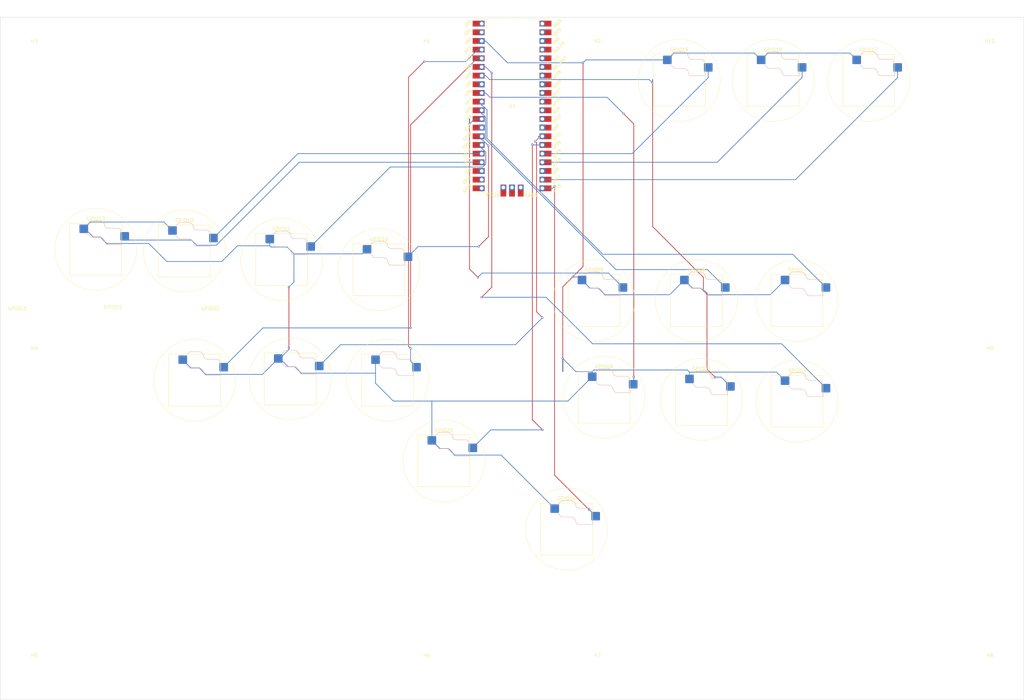
<source format=kicad_pcb>
(kicad_pcb (version 20241229) (generator "pcbnew") (generator_version "9.0")
  (layers (0 "F.Cu" signal) (2 "B.Cu" signal) (13 "F.Paste" user) (15 "B.Paste" user) (5 "F.SilkS" user "F.Silkscreen") (7 "B.SilkS" user "B.Silkscreen") (1 "F.Mask" user) (3 "B.Mask" user) (25 "Edge.Cuts" user))
  (net 0 "")
  (net 1 "GND")
  (net 2 "GPIO02")
  (net 3 "GPIO03")
  (net 4 "GPIO04")
  (net 5 "GPIO05")
  (net 6 "GPIO06")
  (net 7 "GPIO07")
  (net 8 "GPIO08")
  (net 9 "GPIO09")
  (net 10 "GPIO10")
  (net 11 "GPIO11")
  (net 12 "GPIO12")
  (net 13 "GPIO13")
  (net 14 "GPIO16")
  (net 15 "GPIO17")
  (net 16 "GPIO18")
  (net 17 "GPIO19")
  (net 18 "GPIO20")
  (net 19 "GPIO21")
  (footprint "switch_24" (layer "F.Cu") (at 254.5 18.5)
    (property "Reference" "GPIO17")
    (property "Value" "button_24")
  )
  (footprint "switch_24" (layer "F.Cu") (at 205.5 112)
    (property "Reference" "GPIO05")
    (property "Value" "button_24")
  )
  (footprint "switch_24" (layer "F.Cu") (at 82.5 71)
    (property "Reference" "GPIO11")
    (property "Value" "button_24")
  )
  (footprint "MountingHole_3.2mm_M3" (layer "F.Cu") (at 125 10)
    (property "Reference" "H1")
    (property "Value" "MountingHole_3.2mm_M3")
  )
  (footprint "switch_24" (layer "F.Cu") (at 199 18.5)
    (property "Reference" "GPIO19")
    (property "Value" "button_24")
  )
  (footprint "switch_24" (layer "F.Cu") (at 166 150)
    (property "Reference" "GPIO16")
    (property "Value" "button_24")
  )
  (footprint "MountingHole_3.2mm_M3" (layer "F.Cu") (at 10 190)
    (property "Reference" "H5")
    (property "Value" "MountingHole_3.2mm_M3")
  )
  (footprint "switch_24" (layer "F.Cu") (at 54 68.5)
    (property "Reference" "GPIO12")
    (property "Value" "button_24")
  )
  (footprint "switch_24" (layer "F.Cu") (at 111 74)
    (property "Reference" "GPIO10")
    (property "Value" "button_24")
  )
  (footprint "switch_24" (layer "F.Cu") (at 177 111.35)
    (property "Reference" "GPIO06")
    (property "Value" "button_24")
  )
  (footprint "MountingHole_3.2mm_M3" (layer "F.Cu") (at 125 190)
    (property "Reference" "H6")
    (property "Value" "MountingHole_3.2mm_M3")
  )
  (footprint "MountingHole_3.2mm_M3" (layer "F.Cu") (at 290 190)
    (property "Reference" "H8")
    (property "Value" "MountingHole_3.2mm_M3")
  )
  (footprint "switch_24" (layer "F.Cu") (at 85 106)
    (property "Reference" "GPIO21")
    (property "Value" "button_24")
  )
  (footprint "switch_24" (layer "F.Cu") (at 130 130)
    (property "Reference" "GPIO20")
    (property "Value" "button_24")
  )
  (footprint "MountingHole_3.2mm_M3" (layer "F.Cu") (at 175 10)
    (property "Reference" "H2")
    (property "Value" "MountingHole_3.2mm_M3")
  )
  (footprint "switch_24" (layer "F.Cu") (at 233.5 112.5)
    (property "Reference" "GPIO04")
    (property "Value" "button_24")
  )
  (footprint "MountingHole_3.2mm_M3" (layer "F.Cu") (at 10 10)
    (property "Reference" "H3")
    (property "Value" "MountingHole_3.2mm_M3")
  )
  (footprint "MountingHole_3.2mm_M3" (layer "F.Cu") (at 175 190)
    (property "Reference" "H7")
    (property "Value" "MountingHole_3.2mm_M3")
  )
  (footprint "switch_24" (layer "F.Cu") (at 57 106.35)
    (property "Reference" "GPIO03")
    (property "Value" "button_24")
  )
  (footprint "RPi_Pico_SMD_TH" (layer "F.Cu") (at 150 26)
    (property "Reference" "U1")
    (property "Value" "Pico")
  )
  (footprint "MountingHole_3.2mm_M3" (layer "F.Cu") (at 290 100)
    (property "Reference" "H9")
    (property "Value" "MountingHole_3.2mm_M3")
  )
  (footprint "switch_24" (layer "F.Cu") (at 28 68)
    (property "Reference" "GPIO13")
    (property "Value" "button_24")
  )
  (footprint "switch_24" (layer "F.Cu") (at 226.5 18.5)
    (property "Reference" "GPIO18")
    (property "Value" "button_24")
  )
  (footprint "switch_24" (layer "F.Cu") (at 233.5 83)
    (property "Reference" "GPIO07")
    (property "Value" "button_24")
  )
  (footprint "MountingHole_3.2mm_M3" (layer "F.Cu") (at 10 100)
    (property "Reference" "H4")
    (property "Value" "MountingHole_3.2mm_M3")
  )
  (footprint "switch_24" (layer "F.Cu") (at 174 83)
    (property "Reference" "GPIO09")
    (property "Value" "button_24")
  )
  (footprint "switch_24" (layer "F.Cu") (at 113.5 106.35)
    (property "Reference" "GPIO02")
    (property "Value" "button_24")
  )
  (footprint "switch_24" (layer "F.Cu") (at 204 83)
    (property "Reference" "GPIO08")
    (property "Value" "button_24")
  )
  (footprint "MountingHole_3.2mm_M3" (layer "F.Cu") (at 290 10)
    (property "Reference" "H10")
    (property "Value" "MountingHole_3.2mm_M3")
  )
  (gr_line (start 300 200) (end 0 200) (stroke (width 0.1)) (layer "Edge.Cuts"))
  (gr_line (start 300 0) (end 300 200) (stroke (width 0.1)) (layer "Edge.Cuts"))
  (gr_line (start 0 200) (end 0 0) (stroke (width 0.1)) (layer "Edge.Cuts"))
  (gr_line (start 0 0) (end 300 0) (stroke (width 0.1)) (layer "Edge.Cuts"))
  (segment (start 170.8073 13.3437) (end 170.8073 73.073) (width 0.2) (layer "F.Cu") (net 1))
  (segment (start 164.8627 103.8477) (end 164.8627 99.9986) (width 0.2) (layer "F.Cu") (net 1))
  (segment (start 170.8073 73.073) (end 167.7865 76.0938) (width 0.2) (layer "F.Cu") (net 1))
  (segment (start 164.8627 99.9986) (end 164.8627 79.0176) (width 0.2) (layer "F.Cu") (net 1))
  (segment (start 164.8627 99.9986) (end 164.8627 103.8477) (width 0.2) (layer "F.Cu") (net 1))
  (segment (start 164.8627 79.0176) (end 167.7865 76.0938) (width 0.2) (layer "F.Cu") (net 1))
  (segment (start 84.6106 79.0819) (end 84.6106 96.9207) (width 0.2) (layer "F.Cu") (net 1))
  (via (at 167.7865 76.0938) (size 0.6) (drill 0.3) (layers "F.Cu" "B.Cu") (net 1))
  (via (at 170.8073 13.3437) (size 0.6) (drill 0.3) (layers "F.Cu" "B.Cu") (net 1))
  (via (at 84.6106 79.0819) (size 0.6) (drill 0.3) (layers "F.Cu" "B.Cu") (net 1))
  (via (at 84.6106 96.9207) (size 0.6) (drill 0.3) (layers "F.Cu" "B.Cu") (net 1))
  (via (at 164.8627 99.9986) (size 0.6) (drill 0.3) (layers "F.Cu" "B.Cu") (net 1))
  (segment (start 110 107.2766) (end 115.2092 112.4858) (width 0.2) (layer "B.Cu") (net 1))
  (segment (start 171.651 12.5) (end 195.5 12.5) (width 0.2) (layer "B.Cu") (net 1))
  (segment (start 48.8424 71.5829) (end 64.9276 71.5829) (width 0.2) (layer "B.Cu") (net 1))
  (segment (start 166.3642 112.4858) (end 173.5 105.35) (width 0.2) (layer "B.Cu") (net 1))
  (segment (start 31.221 66.314) (end 43.5735 66.314) (width 0.2) (layer "B.Cu") (net 1))
  (segment (start 106.1684 69.3316) (end 86.0833 69.3316) (width 0.2) (layer "B.Cu") (net 1))
  (segment (start 58.3154 102.7584) (end 60.221 104.664) (width 0.2) (layer "B.Cu") (net 1))
  (segment (start 172.9084 79.4084) (end 175.3154 79.4084) (width 0.2) (layer "B.Cu") (net 1))
  (segment (start 79.3679 67.3429) (end 79 66.975) (width 0.2) (layer "B.Cu") (net 1))
  (segment (start 48.0167 60.0167) (end 50.5 62.5) (width 0.2) (layer "B.Cu") (net 1))
  (segment (start 164.8627 103.8477) (end 164.8627 99.9986) (width 0.2) (layer "B.Cu") (net 1))
  (segment (start 29.3154 64.4084) (end 31.221 66.314) (width 0.2) (layer "B.Cu") (net 1))
  (segment (start 173.5 105.35) (end 173.5 103.8477) (width 0.2) (layer "B.Cu") (net 1))
  (segment (start 227.5101 104.0101) (end 202 104.0101) (width 0.2) (layer "B.Cu") (net 1))
  (segment (start 81.5 100) (end 81.5115 100.0115) (width 0.2) (layer "B.Cu") (net 1))
  (segment (start 84.6106 97.3636) (end 84.6106 96.9207) (width 0.2) (layer "B.Cu") (net 1))
  (segment (start 170.8073 13.3437) (end 171.651 12.5) (width 0.2) (layer "B.Cu") (net 1))
  (segment (start 86.0833 77.6092) (end 84.6106 79.0819) (width 0.2) (layer "B.Cu") (net 1))
  (segment (start 131.3154 126.4084) (end 133.221 128.314) (width 0.2) (layer "B.Cu") (net 1))
  (segment (start 173.9769 103.3708) (end 173.5 103.8477) (width 0.2) (layer "B.Cu") (net 1))
  (segment (start 170.5 77) (end 172.9084 79.4084) (width 0.2) (layer "B.Cu") (net 1))
  (segment (start 146.814 128.314) (end 162.5 144) (width 0.2) (layer "B.Cu") (net 1))
  (segment (start 202.9084 79.4084) (end 205.3154 79.4084) (width 0.2) (layer "B.Cu") (net 1))
  (segment (start 86.0833 69.3316) (end 84.0946 67.3429) (width 0.2) (layer "B.Cu") (net 1))
  (segment (start 64.9276 71.5829) (end 69.5355 66.975) (width 0.2) (layer "B.Cu") (net 1))
  (segment (start 128.9084 126.4084) (end 131.3154 126.4084) (width 0.2) (layer "B.Cu") (net 1))
  (segment (start 249.0142 10.5142) (end 224.9858 10.5142) (width 0.2) (layer "B.Cu") (net 1))
  (segment (start 27.2826 64.4084) (end 29.3154 64.4084) (width 0.2) (layer "B.Cu") (net 1))
  (segment (start 126.5 124) (end 126.5 112.4858) (width 0.2) (layer "B.Cu") (net 1))
  (segment (start 142.2617 6.95) (end 148.6554 13.3437) (width 0.2) (layer "B.Cu") (net 1))
  (segment (start 201.3607 103.3708) (end 173.9769 103.3708) (width 0.2) (layer "B.Cu") (net 1))
  (segment (start 88.221 104.314) (end 110 104.314) (width 0.2) (layer "B.Cu") (net 1))
  (segment (start 81.9627 100.0115) (end 81.9628 100.0114) (width 0.2) (layer "B.Cu") (net 1))
  (segment (start 115.2092 112.4858) (end 126.5 112.4858) (width 0.2) (layer "B.Cu") (net 1))
  (segment (start 223 12.5) (end 221.0142 10.5142) (width 0.2) (layer "B.Cu") (net 1))
  (segment (start 24.5 62) (end 24.6871 61.8129) (width 0.2) (layer "B.Cu") (net 1))
  (segment (start 24.6871 61.8129) (end 27.2826 64.4084) (width 0.2) (layer "B.Cu") (net 1))
  (segment (start 202 104.0101) (end 201.3607 103.3708) (width 0.2) (layer "B.Cu") (net 1))
  (segment (start 81.9628 100.0114) (end 84.3597 102.4084) (width 0.2) (layer "B.Cu") (net 1))
  (segment (start 107.5 68) (end 106.1684 69.3316) (width 0.2) (layer "B.Cu") (net 1))
  (segment (start 76.836 104.664) (end 81.5 100) (width 0.2) (layer "B.Cu") (net 1))
  (segment (start 84.0946 67.3429) (end 79.3679 67.3429) (width 0.2) (layer "B.Cu") (net 1))
  (segment (start 175.3154 79.4084) (end 177.221 81.314) (width 0.2) (layer "B.Cu") (net 1))
  (segment (start 69.5355 66.975) (end 79 66.975) (width 0.2) (layer "B.Cu") (net 1))
  (segment (start 251 12.5) (end 249.0142 10.5142) (width 0.2) (layer "B.Cu") (net 1))
  (segment (start 110 104.314) (end 110 107.2766) (width 0.2) (layer "B.Cu") (net 1))
  (segment (start 173.5 103.8477) (end 168.7118 103.8477) (width 0.2) (layer "B.Cu") (net 1))
  (segment (start 221.0142 10.5142) (end 197.4858 10.5142) (width 0.2) (layer "B.Cu") (net 1))
  (segment (start 164.8627 99.9986) (end 164.8627 103.8477) (width 0.2) (layer "B.Cu") (net 1))
  (segment (start 168.7118 103.8477) (end 164.8627 99.9986) (width 0.2) (layer "B.Cu") (net 1))
  (segment (start 225.686 81.314) (end 230 77) (width 0.2) (layer "B.Cu") (net 1))
  (segment (start 133.221 128.314) (end 146.814 128.314) (width 0.2) (layer "B.Cu") (net 1))
  (segment (start 79 66.975) (end 79 65) (width 0.2) (layer "B.Cu") (net 1))
  (segment (start 169.5938 76.0938) (end 167.7865 76.0938) (width 0.2) (layer "B.Cu") (net 1))
  (segment (start 197.4858 10.5142) (end 195.5 12.5) (width 0.2) (layer "B.Cu") (net 1))
  (segment (start 24.6871 61.8129) (end 26.4833 60.0167) (width 0.2) (layer "B.Cu") (net 1))
  (segment (start 43.5735 66.314) (end 48.8424 71.5829) (width 0.2) (layer "B.Cu") (net 1))
  (segment (start 202 104.0101) (end 202 106) (width 0.2) (layer "B.Cu") (net 1))
  (segment (start 26.4833 60.0167) (end 48.0167 60.0167) (width 0.2) (layer "B.Cu") (net 1))
  (segment (start 84.3597 102.4084) (end 86.3154 102.4084) (width 0.2) (layer "B.Cu") (net 1))
  (segment (start 86.0833 69.3316) (end 86.0833 77.6092) (width 0.2) (layer "B.Cu") (net 1))
  (segment (start 170.5 77) (end 169.5938 76.0938) (width 0.2) (layer "B.Cu") (net 1))
  (segment (start 207.221 81.314) (end 225.686 81.314) (width 0.2) (layer "B.Cu") (net 1))
  (segment (start 60.221 104.664) (end 76.836 104.664) (width 0.2) (layer "B.Cu") (net 1))
  (segment (start 126.5 124) (end 128.9084 126.4084) (width 0.2) (layer "B.Cu") (net 1))
  (segment (start 86.3154 102.4084) (end 88.221 104.314) (width 0.2) (layer "B.Cu") (net 1))
  (segment (start 177.221 81.314) (end 196.186 81.314) (width 0.2) (layer "B.Cu") (net 1))
  (segment (start 126.5 112.4858) (end 166.3642 112.4858) (width 0.2) (layer "B.Cu") (net 1))
  (segment (start 53.5 100.35) (end 55.9084 102.7584) (width 0.2) (layer "B.Cu") (net 1))
  (segment (start 200.5 77) (end 202.9084 79.4084) (width 0.2) (layer "B.Cu") (net 1))
  (segment (start 55.9084 102.7584) (end 58.3154 102.7584) (width 0.2) (layer "B.Cu") (net 1))
  (segment (start 205.3154 79.4084) (end 207.221 81.314) (width 0.2) (layer "B.Cu") (net 1))
  (segment (start 148.6554 13.3437) (end 170.8073 13.3437) (width 0.2) (layer "B.Cu") (net 1))
  (segment (start 196.186 81.314) (end 200.5 77) (width 0.2) (layer "B.Cu") (net 1))
  (segment (start 141.11 6.95) (end 142.2617 6.95) (width 0.2) (layer "B.Cu") (net 1))
  (segment (start 81.5115 100.0115) (end 81.9627 100.0115) (width 0.2) (layer "B.Cu") (net 1))
  (segment (start 224.9858 10.5142) (end 223 12.5) (width 0.2) (layer "B.Cu") (net 1))
  (segment (start 81.9628 100.0114) (end 84.6106 97.3636) (width 0.2) (layer "B.Cu") (net 1))
  (segment (start 110 100.35) (end 110 104.314) (width 0.2) (layer "B.Cu") (net 1))
  (segment (start 230 106.5) (end 227.5101 104.0101) (width 0.2) (layer "B.Cu") (net 1))
  (segment (start 120.2782 97.0105) (end 119.6651 96.3974) (width 0.2) (layer "F.Cu") (net 2))
  (segment (start 119.6651 17.5828) (end 124.2336 13.0143) (width 0.2) (layer "F.Cu") (net 2))
  (segment (start 119.6651 96.3974) (end 119.6651 17.5828) (width 0.2) (layer "F.Cu") (net 2))
  (via (at 124.2336 13.0143) (size 0.6) (drill 0.3) (layers "F.Cu" "B.Cu") (net 2))
  (via (at 120.2782 97.0105) (size 0.6) (drill 0.3) (layers "F.Cu" "B.Cu") (net 2))
  (segment (start 122 102.55) (end 120.2782 100.8282) (width 0.2) (layer "B.Cu") (net 2))
  (segment (start 136.434 13.0143) (end 139.9583 9.49) (width 0.2) (layer "B.Cu") (net 2))
  (segment (start 120.2782 100.8282) (end 120.2782 97.0105) (width 0.2) (layer "B.Cu") (net 2))
  (segment (start 141.11 9.49) (end 139.9583 9.49) (width 0.2) (layer "B.Cu") (net 2))
  (segment (start 124.2336 13.0143) (end 136.434 13.0143) (width 0.2) (layer "B.Cu") (net 2))
  (segment (start 120.2782 31.5436) (end 137.5429 14.2789) (width 0.2) (layer "F.Cu") (net 3))
  (segment (start 120.2782 91.0343) (end 120.2782 31.5436) (width 0.2) (layer "F.Cu") (net 3))
  (via (at 120.2782 91.0343) (size 0.6) (drill 0.3) (layers "F.Cu" "B.Cu") (net 3))
  (via (at 137.5429 14.2789) (size 0.6) (drill 0.3) (layers "F.Cu" "B.Cu") (net 3))
  (segment (start 139.7918 12.03) (end 137.5429 14.2789) (width 0.2) (layer "B.Cu") (net 3))
  (segment (start 77.0157 91.0343) (end 65.5 102.55) (width 0.2) (layer "B.Cu") (net 3))
  (segment (start 120.2782 91.0343) (end 77.0157 91.0343) (width 0.2) (layer "B.Cu") (net 3))
  (segment (start 141.11 12.03) (end 139.7918 12.03) (width 0.2) (layer "B.Cu") (net 3))
  (segment (start 144.0566 79.0977) (end 141.0843 82.07) (width 0.2) (layer "F.Cu") (net 4))
  (segment (start 144.0566 16.3318) (end 144.0566 79.0977) (width 0.2) (layer "F.Cu") (net 4))
  (via (at 141.0843 82.07) (size 0.6) (drill 0.3) (layers "F.Cu" "B.Cu") (net 4))
  (via (at 144.0566 16.3318) (size 0.6) (drill 0.3) (layers "F.Cu" "B.Cu") (net 4))
  (segment (start 159.9824 82.07) (end 173.6058 95.6934) (width 0.2) (layer "B.Cu") (net 4))
  (segment (start 228.9934 95.6934) (end 242 108.7) (width 0.2) (layer "B.Cu") (net 4))
  (segment (start 142.2948 14.57) (end 144.0566 16.3318) (width 0.2) (layer "B.Cu") (net 4))
  (segment (start 141.11 14.57) (end 142.2948 14.57) (width 0.2) (layer "B.Cu") (net 4))
  (segment (start 173.6058 95.6934) (end 228.9934 95.6934) (width 0.2) (layer "B.Cu") (net 4))
  (segment (start 141.0843 82.07) (end 159.9824 82.07) (width 0.2) (layer "B.Cu") (net 4))
  (segment (start 207.1268 103.1325) (end 209.4472 105.4529) (width 0.2) (layer "F.Cu") (net 5))
  (segment (start 191.2136 61.3766) (end 206.0767 76.2397) (width 0.2) (layer "F.Cu") (net 5))
  (segment (start 206.0767 76.2397) (end 206.0767 79.7982) (width 0.2) (layer "F.Cu") (net 5))
  (segment (start 207.1268 80.8483) (end 207.1268 103.1325) (width 0.2) (layer "F.Cu") (net 5))
  (segment (start 191.2136 19.3199) (end 191.2136 18.2779) (width 0.2) (layer "F.Cu") (net 5))
  (segment (start 191.2136 19.3199) (end 191.2136 61.3766) (width 0.2) (layer "F.Cu") (net 5))
  (segment (start 191.2136 18.2779) (end 191.2136 19.3199) (width 0.2) (layer "F.Cu") (net 5))
  (segment (start 206.0767 79.7982) (end 207.1268 80.8483) (width 0.2) (layer "F.Cu") (net 5))
  (via (at 191.2136 19.3199) (size 0.6) (drill 0.3) (layers "F.Cu" "B.Cu") (net 5))
  (via (at 209.4472 105.4529) (size 0.6) (drill 0.3) (layers "F.Cu" "B.Cu") (net 5))
  (segment (start 191.2136 19.3199) (end 191.2136 18.2779) (width 0.2) (layer "B.Cu") (net 5))
  (segment (start 191.2136 18.2779) (end 191.2136 19.3199) (width 0.2) (layer "B.Cu") (net 5))
  (segment (start 141.11 17.11) (end 142.2617 17.11) (width 0.2) (layer "B.Cu") (net 5))
  (segment (start 209.4472 105.4529) (end 211.2529 105.4529) (width 0.2) (layer "B.Cu") (net 5))
  (segment (start 143.4134 18.2617) (end 190.1554 18.2617) (width 0.2) (layer "B.Cu") (net 5))
  (segment (start 190.1554 18.2617) (end 191.2136 19.3199) (width 0.2) (layer "B.Cu") (net 5))
  (segment (start 211.2529 105.4529) (end 214 108.2) (width 0.2) (layer "B.Cu") (net 5))
  (segment (start 142.2617 17.11) (end 143.4134 18.2617) (width 0.2) (layer "B.Cu") (net 5))
  (segment (start 185.6688 105.3899) (end 185.6688 31.2565) (width 0.2) (layer "F.Cu") (net 6))
  (segment (start 185.6688 31.2565) (end 182.6965 28.2842) (width 0.2) (layer "F.Cu") (net 6))
  (via (at 185.6688 105.3899) (size 0.6) (drill 0.3) (layers "F.Cu" "B.Cu") (net 6))
  (via (at 182.6965 28.2842) (size 0.6) (drill 0.3) (layers "F.Cu" "B.Cu") (net 6))
  (segment (start 143.5317 23.46) (end 142.2617 22.19) (width 0.2) (layer "B.Cu") (net 6))
  (segment (start 177.8723 23.46) (end 143.5317 23.46) (width 0.2) (layer "B.Cu") (net 6))
  (segment (start 185.6688 107.3812) (end 185.6688 105.3899) (width 0.2) (layer "B.Cu") (net 6))
  (segment (start 141.11 22.19) (end 142.2617 22.19) (width 0.2) (layer "B.Cu") (net 6))
  (segment (start 182.6965 28.2842) (end 177.8723 23.46) (width 0.2) (layer "B.Cu") (net 6))
  (segment (start 185.5 107.55) (end 185.6688 107.3812) (width 0.2) (layer "B.Cu") (net 6))
  (segment (start 176.5888 69.4679) (end 142.6634 35.5425) (width 0.2) (layer "B.Cu") (net 7))
  (segment (start 242 79.2) (end 232.2679 69.4679) (width 0.2) (layer "B.Cu") (net 7))
  (segment (start 232.2679 69.4679) (end 176.5888 69.4679) (width 0.2) (layer "B.Cu") (net 7))
  (segment (start 142.6634 35.5425) (end 142.6634 27.1471) (width 0.2) (layer "B.Cu") (net 7))
  (segment (start 141.11 24.73) (end 141.11 25.8817) (width 0.2) (layer "B.Cu") (net 7))
  (segment (start 141.398 25.8817) (end 141.11 25.8817) (width 0.2) (layer "B.Cu") (net 7))
  (segment (start 142.6634 27.1471) (end 141.398 25.8817) (width 0.2) (layer "B.Cu") (net 7))
  (segment (start 142.2617 35.7863) (end 180.4259 73.9505) (width 0.2) (layer "B.Cu") (net 8))
  (segment (start 207.2505 73.9505) (end 212.5 79.2) (width 0.2) (layer "B.Cu") (net 8))
  (segment (start 141.11 27.27) (end 141.11 28.4217) (width 0.2) (layer "B.Cu") (net 8))
  (segment (start 141.11 28.4217) (end 141.4273 28.4217) (width 0.2) (layer "B.Cu") (net 8))
  (segment (start 142.2617 29.2561) (end 142.2617 35.7863) (width 0.2) (layer "B.Cu") (net 8))
  (segment (start 180.4259 73.9505) (end 207.2505 73.9505) (width 0.2) (layer "B.Cu") (net 8))
  (segment (start 141.4273 28.4217) (end 142.2617 29.2561) (width 0.2) (layer "B.Cu") (net 8))
  (segment (start 137.543 31.2723) (end 137.543 29.81) (width 0.2) (layer "F.Cu") (net 9))
  (segment (start 137.543 31.2723) (end 137.543 73.7695) (width 0.2) (layer "F.Cu") (net 9))
  (segment (start 137.543 29.81) (end 137.543 31.2723) (width 0.2) (layer "F.Cu") (net 9))
  (segment (start 137.543 73.7695) (end 139.992 76.2185) (width 0.2) (layer "F.Cu") (net 9))
  (via (at 137.543 31.2723) (size 0.6) (drill 0.3) (layers "F.Cu" "B.Cu") (net 9))
  (via (at 139.992 76.2185) (size 0.6) (drill 0.3) (layers "F.Cu" "B.Cu") (net 9))
  (segment (start 141.2406 74.9699) (end 139.992 76.2185) (width 0.2) (layer "B.Cu") (net 9))
  (segment (start 178.2699 74.9699) (end 141.2406 74.9699) (width 0.2) (layer "B.Cu") (net 9))
  (segment (start 137.543 31.2723) (end 137.543 29.81) (width 0.2) (layer "B.Cu") (net 9))
  (segment (start 139.0053 29.81) (end 141.11 29.81) (width 0.2) (layer "B.Cu") (net 9))
  (segment (start 137.543 31.2723) (end 139.0053 29.81) (width 0.2) (layer "B.Cu") (net 9))
  (segment (start 182.5 79.2) (end 178.2699 74.9699) (width 0.2) (layer "B.Cu") (net 9))
  (segment (start 137.543 29.81) (end 137.543 31.2723) (width 0.2) (layer "B.Cu") (net 9))
  (segment (start 143.0902 37.6628) (end 143.0902 64.3133) (width 0.2) (layer "F.Cu") (net 10))
  (segment (start 143.0902 64.3133) (end 140.1912 67.2123) (width 0.2) (layer "F.Cu") (net 10))
  (via (at 143.0902 37.6628) (size 0.6) (drill 0.3) (layers "F.Cu" "B.Cu") (net 10))
  (via (at 140.1912 67.2123) (size 0.6) (drill 0.3) (layers "F.Cu" "B.Cu") (net 10))
  (segment (start 141.11 36.0417) (end 141.4691 36.0417) (width 0.2) (layer "B.Cu") (net 10))
  (segment (start 141.4691 36.0417) (end 143.0902 37.6628) (width 0.2) (layer "B.Cu") (net 10))
  (segment (start 122.4877 67.2123) (end 119.5 70.2) (width 0.2) (layer "B.Cu") (net 10))
  (segment (start 141.11 34.89) (end 141.11 36.0417) (width 0.2) (layer "B.Cu") (net 10))
  (segment (start 140.1912 67.2123) (end 122.4877 67.2123) (width 0.2) (layer "B.Cu") (net 10))
  (segment (start 141.3785 38.5817) (end 141.11 38.5817) (width 0.2) (layer "B.Cu") (net 11))
  (segment (start 91 67.2) (end 114.3111 43.8889) (width 0.2) (layer "B.Cu") (net 11))
  (segment (start 142.301 39.5042) (end 141.3785 38.5817) (width 0.2) (layer "B.Cu") (net 11))
  (segment (start 141.11 37.43) (end 141.11 38.5817) (width 0.2) (layer "B.Cu") (net 11))
  (segment (start 141.3906 43.8889) (end 142.301 42.9785) (width 0.2) (layer "B.Cu") (net 11))
  (segment (start 114.3111 43.8889) (end 141.3906 43.8889) (width 0.2) (layer "B.Cu") (net 11))
  (segment (start 142.301 42.9785) (end 142.301 39.5042) (width 0.2) (layer "B.Cu") (net 11))
  (segment (start 87.23 39.97) (end 141.11 39.97) (width 0.2) (layer "B.Cu") (net 12))
  (segment (start 62.5 64.7) (end 87.23 39.97) (width 0.2) (layer "B.Cu") (net 12))
  (segment (start 63.2944 66.8327) (end 57.5844 66.8327) (width 0.2) (layer "B.Cu") (net 13))
  (segment (start 37.6058 65.3058) (end 36.5 64.2) (width 0.2) (layer "B.Cu") (net 13))
  (segment (start 56.0575 65.3058) (end 37.6058 65.3058) (width 0.2) (layer "B.Cu") (net 13))
  (segment (start 57.5844 66.8327) (end 56.0575 65.3058) (width 0.2) (layer "B.Cu") (net 13))
  (segment (start 141.11 42.51) (end 87.6171 42.51) (width 0.2) (layer "B.Cu") (net 13))
  (segment (start 87.6171 42.51) (end 63.2944 66.8327) (width 0.2) (layer "B.Cu") (net 13))
  (segment (start 162.4583 134.1991) (end 172.5944 144.3352) (width 0.2) (layer "F.Cu") (net 14))
  (segment (start 162.4583 49.5675) (end 162.4583 134.1991) (width 0.2) (layer "F.Cu") (net 14))
  (via (at 162.4583 49.5675) (size 0.6) (drill 0.3) (layers "F.Cu" "B.Cu") (net 14))
  (via (at 172.5944 144.3352) (size 0.6) (drill 0.3) (layers "F.Cu" "B.Cu") (net 14))
  (segment (start 158.89 50.13) (end 161.8958 50.13) (width 0.2) (layer "B.Cu") (net 14))
  (segment (start 172.6352 144.3352) (end 174.5 146.2) (width 0.2) (layer "B.Cu") (net 14))
  (segment (start 161.8958 50.13) (end 162.4583 49.5675) (width 0.2) (layer "B.Cu") (net 14))
  (segment (start 172.5944 144.3352) (end 172.6352 144.3352) (width 0.2) (layer "B.Cu") (net 14))
  (segment (start 158.89 47.59) (end 233.0711 47.59) (width 0.2) (layer "B.Cu") (net 15))
  (segment (start 233.0711 47.59) (end 263 17.6611) (width 0.2) (layer "B.Cu") (net 15))
  (segment (start 263 17.6611) (end 263 14.7) (width 0.2) (layer "B.Cu") (net 15))
  (segment (start 235 14.7) (end 235 17.6435) (width 0.2) (layer "B.Cu") (net 16))
  (segment (start 158.89 42.51) (end 160.0417 42.51) (width 0.2) (layer "B.Cu") (net 16))
  (segment (start 235 17.6435) (end 210.1336 42.5099) (width 0.2) (layer "B.Cu") (net 16))
  (segment (start 210.1336 42.5099) (end 160.0417 42.5099) (width 0.2) (layer "B.Cu") (net 16))
  (segment (start 160.0417 42.5099) (end 160.0417 42.51) (width 0.2) (layer "B.Cu") (net 16))
  (segment (start 207.5 14.7) (end 207.5 17.6849) (width 0.2) (layer "B.Cu") (net 17))
  (segment (start 185.2149 39.97) (end 158.89 39.97) (width 0.2) (layer "B.Cu") (net 17))
  (segment (start 207.5 17.6849) (end 185.2149 39.97) (width 0.2) (layer "B.Cu") (net 17))
  (segment (start 155.9458 37.2485) (end 155.9458 117.943) (width 0.2) (layer "F.Cu") (net 18))
  (segment (start 155.9458 117.943) (end 158.9181 120.9153) (width 0.2) (layer "F.Cu") (net 18))
  (via (at 155.9458 37.2485) (size 0.6) (drill 0.3) (layers "F.Cu" "B.Cu") (net 18))
  (via (at 158.9181 120.9153) (size 0.6) (drill 0.3) (layers "F.Cu" "B.Cu") (net 18))
  (segment (start 158.9181 120.9153) (end 143.7847 120.9153) (width 0.2) (layer "B.Cu") (net 18))
  (segment (start 156.1273 37.43) (end 155.9458 37.2485) (width 0.2) (layer "B.Cu") (net 18))
  (segment (start 158.89 37.43) (end 156.1273 37.43) (width 0.2) (layer "B.Cu") (net 18))
  (segment (start 143.7847 120.9153) (end 138.5 126.2) (width 0.2) (layer "B.Cu") (net 18))
  (segment (start 157.1994 36.8437) (end 157.1994 86.3275) (width 0.2) (layer "F.Cu") (net 19))
  (segment (start 156.773 36.4174) (end 157.1993 36.8437) (width 0.2) (layer "F.Cu") (net 19))
  (segment (start 157.1993 36.8437) (end 157.1994 36.8437) (width 0.2) (layer "F.Cu") (net 19))
  (segment (start 157.1994 86.3275) (end 158.9181 88.0462) (width 0.2) (layer "F.Cu") (net 19))
  (via (at 158.9181 88.0462) (size 0.6) (drill 0.3) (layers "F.Cu" "B.Cu") (net 19))
  (via (at 156.773 36.4174) (size 0.6) (drill 0.3) (layers "F.Cu" "B.Cu") (net 19))
  (segment (start 99.7354 95.9646) (end 93.5 102.2) (width 0.2) (layer "B.Cu") (net 19))
  (segment (start 157.7383 34.89) (end 157.7383 35.4521) (width 0.2) (layer "B.Cu") (net 19))
  (segment (start 150.9997 95.9646) (end 99.7354 95.9646) (width 0.2) (layer "B.Cu") (net 19))
  (segment (start 158.89 34.89) (end 157.7383 34.89) (width 0.2) (layer "B.Cu") (net 19))
  (segment (start 158.9181 88.0462) (end 150.9997 95.9646) (width 0.2) (layer "B.Cu") (net 19))
  (segment (start 157.7383 35.4521) (end 156.773 36.4174) (width 0.2) (layer "B.Cu") (net 19))
)
</source>
